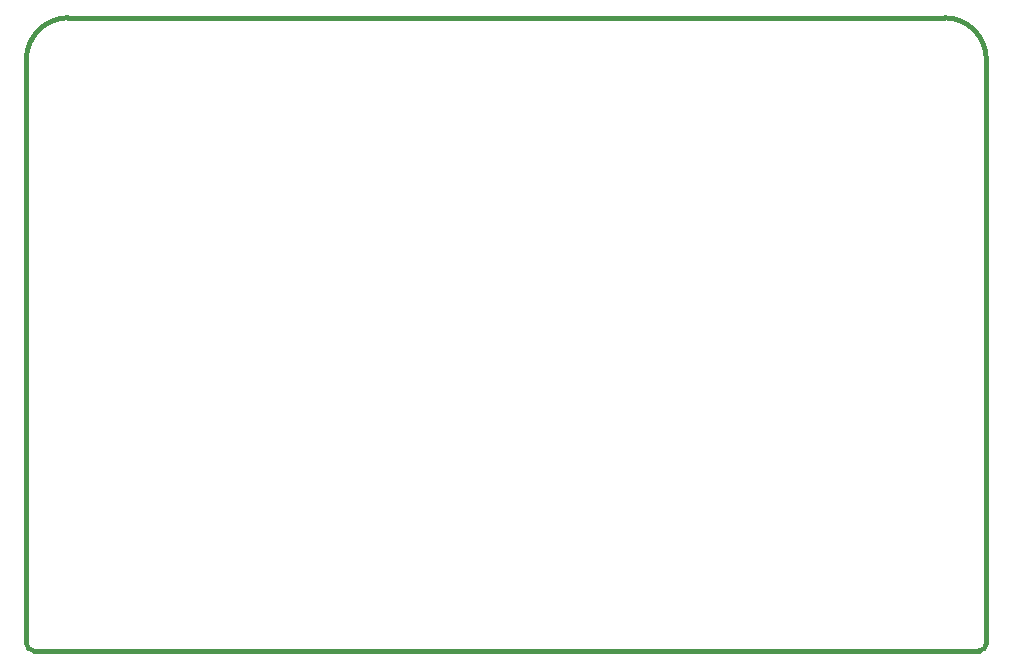
<source format=gm1>
G04 #@! TF.GenerationSoftware,KiCad,Pcbnew,(5.1.6-0)*
G04 #@! TF.CreationDate,2020-08-14T20:43:53-05:00*
G04 #@! TF.ProjectId,DoubleROM-DOC,446f7562-6c65-4524-9f4d-2d444f432e6b,rev?*
G04 #@! TF.SameCoordinates,Original*
G04 #@! TF.FileFunction,Profile,NP*
%FSLAX46Y46*%
G04 Gerber Fmt 4.6, Leading zero omitted, Abs format (unit mm)*
G04 Created by KiCad (PCBNEW (5.1.6-0)) date 2020-08-14 20:43:53*
%MOMM*%
%LPD*%
G01*
G04 APERTURE LIST*
G04 #@! TA.AperFunction,Profile*
%ADD10C,0.381000*%
G04 #@! TD*
G04 APERTURE END LIST*
D10*
X183946800Y-114444400D02*
X258114800Y-114444400D01*
X258114800Y-114444400D02*
G75*
G02*
X261670800Y-118000400I0J-3556000D01*
G01*
X180390800Y-118000400D02*
G75*
G02*
X183946800Y-114444400I3556000J0D01*
G01*
X180390800Y-167411400D02*
X180390800Y-118000400D01*
X261670800Y-167411400D02*
X261670800Y-118000400D01*
X181025800Y-168046400D02*
X261035800Y-168046400D01*
X261035800Y-168046400D02*
G75*
G03*
X261670800Y-167411400I0J635000D01*
G01*
X180390800Y-167411400D02*
G75*
G03*
X181025800Y-168046400I635000J0D01*
G01*
M02*

</source>
